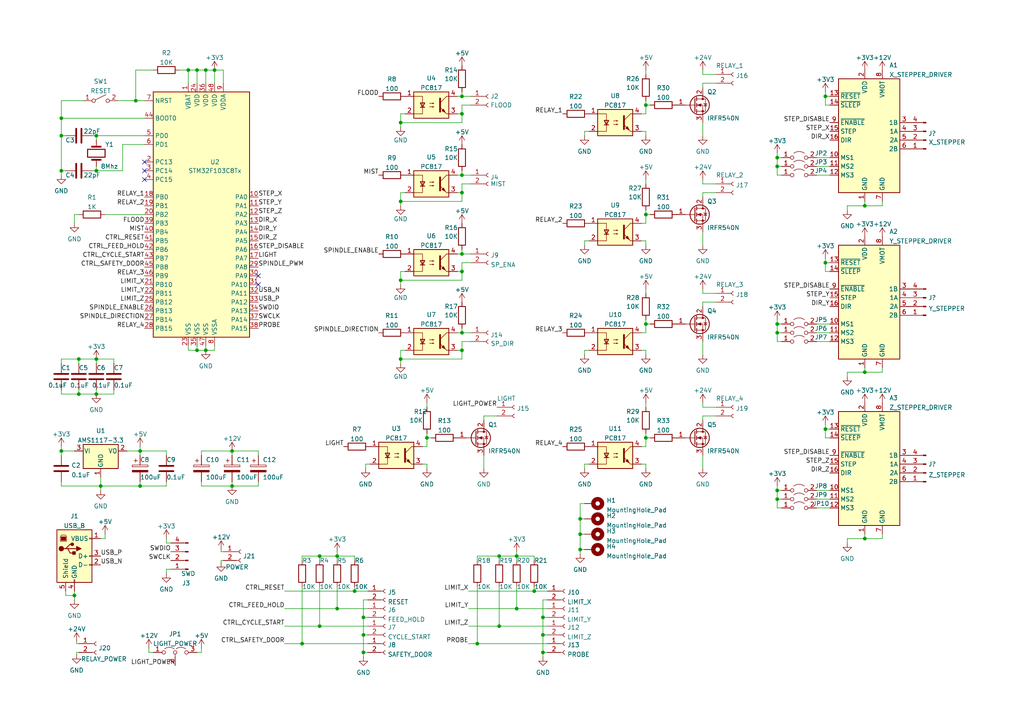
<source format=kicad_sch>
(kicad_sch (version 20211123) (generator eeschema)
  (paper "A4")
  (junction (at 17.78 34.29))
  (junction (at 29.21 140.97))
  (junction (at 187.325 127))
  (junction (at 133.985 55.88))
  (junction (at 187.325 30.48))
  (junction (at 133.985 33.02))
  (junction (at 87.63 186.69))
  (junction (at 54.61 20.32))
  (junction (at 17.78 49.53))
  (junction (at 225.425 45.72))
  (junction (at 67.31 140.97))
  (junction (at 62.23 20.32))
  (junction (at 116.205 81.28))
  (junction (at 59.69 101.6))
  (junction (at 59.69 20.32))
  (junction (at 27.94 114.3))
  (junction (at 239.395 124.46))
  (junction (at 105.41 179.07))
  (junction (at 157.48 189.23))
  (junction (at 39.37 29.21))
  (junction (at 17.78 39.37))
  (junction (at 144.78 181.61))
  (junction (at 225.425 144.78))
  (junction (at 133.985 78.74))
  (junction (at 27.94 39.37))
  (junction (at 157.48 184.15))
  (junction (at 27.94 49.53))
  (junction (at 250.825 156.21))
  (junction (at 225.425 96.52))
  (junction (at 239.395 27.94))
  (junction (at 57.15 20.32))
  (junction (at 17.78 130.81))
  (junction (at 133.985 73.66))
  (junction (at 157.48 179.07))
  (junction (at 168.275 159.385))
  (junction (at 105.41 189.23))
  (junction (at 239.395 76.2))
  (junction (at 138.43 186.69))
  (junction (at 225.425 93.98))
  (junction (at 40.64 130.81))
  (junction (at 105.41 184.15))
  (junction (at 133.985 27.94))
  (junction (at 102.87 171.45))
  (junction (at 250.825 59.69))
  (junction (at 187.325 62.23))
  (junction (at 116.205 104.14))
  (junction (at 225.425 142.24))
  (junction (at 144.78 161.29))
  (junction (at 133.985 50.8))
  (junction (at 21.59 172.72))
  (junction (at 116.205 35.56))
  (junction (at 154.94 171.45))
  (junction (at 97.79 161.29))
  (junction (at 97.79 176.53))
  (junction (at 92.71 161.29))
  (junction (at 149.86 161.29))
  (junction (at 250.825 107.95))
  (junction (at 225.425 48.26))
  (junction (at 123.825 127))
  (junction (at 22.86 104.14))
  (junction (at 133.985 96.52))
  (junction (at 27.94 104.14))
  (junction (at 22.86 114.3))
  (junction (at 133.985 101.6))
  (junction (at 40.64 140.97))
  (junction (at 57.15 101.6))
  (junction (at 168.275 150.495))
  (junction (at 67.31 130.81))
  (junction (at 187.325 93.98))
  (junction (at 92.71 181.61))
  (junction (at 116.205 58.42))
  (junction (at 149.86 176.53))
  (junction (at 168.275 154.94))
  (no_connect (at 41.91 46.99))
  (no_connect (at 41.91 52.07))
  (no_connect (at 41.91 49.53))
  (no_connect (at 74.93 82.55))
  (no_connect (at 74.93 80.01))
  (wire (pts (xy 62.23 20.32) (xy 64.77 20.32)))
  (wire (pts (xy 187.325 60.96) (xy 187.325 62.23)))
  (wire (pts (xy 105.41 179.07) (xy 106.68 179.07)))
  (wire (pts (xy 97.79 176.53) (xy 97.79 170.18)))
  (wire (pts (xy 140.335 132.08) (xy 140.335 135.89)))
  (wire (pts (xy 116.205 33.02) (xy 116.205 35.56)))
  (wire (pts (xy 225.425 50.8) (xy 226.695 50.8)))
  (wire (pts (xy 187.325 92.71) (xy 187.325 93.98)))
  (wire (pts (xy 225.425 147.32) (xy 226.695 147.32)))
  (wire (pts (xy 40.64 129.54) (xy 40.64 130.81)))
  (wire (pts (xy 203.835 53.34) (xy 203.835 52.07)))
  (wire (pts (xy 170.815 69.85) (xy 169.545 69.85)))
  (wire (pts (xy 125.095 127) (xy 123.825 127)))
  (wire (pts (xy 29.21 140.97) (xy 40.64 140.97)))
  (wire (pts (xy 133.985 73.66) (xy 136.525 73.66)))
  (wire (pts (xy 22.86 113.03) (xy 22.86 114.3)))
  (wire (pts (xy 87.63 161.29) (xy 92.71 161.29)))
  (wire (pts (xy 239.395 124.46) (xy 239.395 127)))
  (wire (pts (xy 236.855 142.24) (xy 240.665 142.24)))
  (wire (pts (xy 29.21 140.97) (xy 29.21 142.24)))
  (wire (pts (xy 58.42 139.7) (xy 58.42 140.97)))
  (wire (pts (xy 54.61 20.32) (xy 57.15 20.32)))
  (wire (pts (xy 225.425 144.78) (xy 225.425 147.32)))
  (wire (pts (xy 168.275 159.385) (xy 168.275 160.655)))
  (wire (pts (xy 187.325 134.62) (xy 187.325 135.89)))
  (wire (pts (xy 225.425 144.78) (xy 226.695 144.78)))
  (wire (pts (xy 48.26 157.48) (xy 49.53 157.48)))
  (wire (pts (xy 236.855 45.72) (xy 240.665 45.72)))
  (wire (pts (xy 169.545 134.62) (xy 169.545 135.89)))
  (wire (pts (xy 250.825 58.42) (xy 250.825 59.69)))
  (wire (pts (xy 123.825 134.62) (xy 123.825 135.89)))
  (wire (pts (xy 187.325 33.02) (xy 186.055 33.02)))
  (wire (pts (xy 58.42 130.81) (xy 67.31 130.81)))
  (wire (pts (xy 188.595 127) (xy 187.325 127)))
  (wire (pts (xy 245.745 107.95) (xy 245.745 109.22)))
  (wire (pts (xy 250.825 154.94) (xy 250.825 156.21)))
  (wire (pts (xy 187.325 96.52) (xy 186.055 96.52)))
  (wire (pts (xy 188.595 62.23) (xy 187.325 62.23)))
  (wire (pts (xy 34.29 29.21) (xy 39.37 29.21)))
  (wire (pts (xy 116.205 101.6) (xy 116.205 104.14)))
  (wire (pts (xy 157.48 189.23) (xy 158.75 189.23)))
  (wire (pts (xy 105.41 184.15) (xy 105.41 189.23)))
  (wire (pts (xy 57.15 20.32) (xy 59.69 20.32)))
  (wire (pts (xy 186.055 134.62) (xy 187.325 134.62)))
  (wire (pts (xy 49.53 165.1) (xy 48.26 165.1)))
  (wire (pts (xy 39.37 20.32) (xy 39.37 29.21)))
  (wire (pts (xy 187.325 129.54) (xy 186.055 129.54)))
  (wire (pts (xy 225.425 92.71) (xy 225.425 93.98)))
  (wire (pts (xy 64.135 159.385) (xy 64.135 160.02)))
  (wire (pts (xy 136.525 99.06) (xy 133.985 99.06)))
  (wire (pts (xy 144.78 181.61) (xy 158.75 181.61)))
  (wire (pts (xy 67.31 140.97) (xy 74.93 140.97)))
  (wire (pts (xy 102.87 161.29) (xy 102.87 162.56)))
  (wire (pts (xy 64.135 162.56) (xy 64.77 162.56)))
  (wire (pts (xy 30.48 62.23) (xy 41.91 62.23)))
  (wire (pts (xy 105.41 179.07) (xy 105.41 184.15)))
  (wire (pts (xy 157.48 184.15) (xy 158.75 184.15)))
  (wire (pts (xy 250.825 107.95) (xy 255.905 107.95)))
  (wire (pts (xy 132.715 27.94) (xy 133.985 27.94)))
  (wire (pts (xy 250.825 59.69) (xy 255.905 59.69)))
  (wire (pts (xy 140.335 120.65) (xy 144.145 120.65)))
  (wire (pts (xy 74.93 140.97) (xy 74.93 139.7)))
  (wire (pts (xy 27.94 113.03) (xy 27.94 114.3)))
  (wire (pts (xy 203.835 87.63) (xy 207.645 87.63)))
  (wire (pts (xy 245.745 59.69) (xy 245.745 60.96)))
  (wire (pts (xy 74.93 130.81) (xy 74.93 132.08)))
  (wire (pts (xy 97.79 161.29) (xy 102.87 161.29)))
  (wire (pts (xy 133.985 101.6) (xy 133.985 104.14)))
  (wire (pts (xy 82.55 171.45) (xy 102.87 171.45)))
  (wire (pts (xy 57.15 100.33) (xy 57.15 101.6)))
  (wire (pts (xy 105.41 173.99) (xy 105.41 179.07)))
  (wire (pts (xy 239.395 27.94) (xy 239.395 30.48)))
  (wire (pts (xy 22.225 189.23) (xy 22.225 189.865)))
  (wire (pts (xy 158.75 186.69) (xy 138.43 186.69)))
  (wire (pts (xy 48.26 165.1) (xy 48.26 166.37)))
  (wire (pts (xy 117.475 101.6) (xy 116.205 101.6)))
  (wire (pts (xy 58.42 132.08) (xy 58.42 130.81)))
  (wire (pts (xy 236.855 93.98) (xy 240.665 93.98)))
  (wire (pts (xy 187.325 62.23) (xy 187.325 64.77)))
  (wire (pts (xy 203.835 85.09) (xy 203.835 83.82)))
  (wire (pts (xy 35.56 41.91) (xy 35.56 49.53)))
  (wire (pts (xy 203.835 24.13) (xy 207.645 24.13)))
  (wire (pts (xy 136.525 76.2) (xy 133.985 76.2)))
  (wire (pts (xy 250.825 156.21) (xy 245.745 156.21)))
  (wire (pts (xy 136.525 30.48) (xy 133.985 30.48)))
  (wire (pts (xy 17.78 105.41) (xy 17.78 104.14)))
  (wire (pts (xy 57.15 101.6) (xy 59.69 101.6)))
  (wire (pts (xy 92.71 181.61) (xy 106.68 181.61)))
  (wire (pts (xy 188.595 30.48) (xy 187.325 30.48)))
  (wire (pts (xy 225.425 93.98) (xy 225.425 96.52)))
  (wire (pts (xy 187.325 93.98) (xy 187.325 96.52)))
  (wire (pts (xy 144.78 161.29) (xy 138.43 161.29)))
  (wire (pts (xy 168.275 146.05) (xy 168.275 150.495)))
  (wire (pts (xy 64.77 20.32) (xy 64.77 24.13)))
  (wire (pts (xy 187.325 116.84) (xy 187.325 118.11)))
  (wire (pts (xy 92.71 170.18) (xy 92.71 181.61)))
  (wire (pts (xy 187.325 30.48) (xy 187.325 33.02)))
  (wire (pts (xy 240.665 27.94) (xy 239.395 27.94)))
  (wire (pts (xy 144.78 162.56) (xy 144.78 161.29)))
  (wire (pts (xy 105.41 189.23) (xy 106.68 189.23)))
  (wire (pts (xy 135.89 181.61) (xy 144.78 181.61)))
  (wire (pts (xy 149.86 176.53) (xy 149.86 170.18)))
  (wire (pts (xy 186.055 69.85) (xy 187.325 69.85)))
  (wire (pts (xy 186.055 38.1) (xy 187.325 38.1)))
  (wire (pts (xy 48.26 156.21) (xy 48.26 157.48)))
  (wire (pts (xy 62.23 101.6) (xy 62.23 100.33)))
  (wire (pts (xy 29.21 156.21) (xy 30.48 156.21)))
  (wire (pts (xy 133.985 35.56) (xy 116.205 35.56)))
  (wire (pts (xy 207.645 118.11) (xy 203.835 118.11)))
  (wire (pts (xy 48.26 130.81) (xy 48.26 132.08)))
  (wire (pts (xy 226.695 45.72) (xy 225.425 45.72)))
  (wire (pts (xy 105.41 189.23) (xy 105.41 190.5)))
  (wire (pts (xy 225.425 142.24) (xy 225.425 144.78)))
  (wire (pts (xy 57.15 20.32) (xy 57.15 24.13)))
  (wire (pts (xy 17.78 104.14) (xy 22.86 104.14)))
  (wire (pts (xy 225.425 99.06) (xy 226.695 99.06)))
  (wire (pts (xy 132.715 33.02) (xy 133.985 33.02)))
  (wire (pts (xy 168.275 150.495) (xy 169.545 150.495)))
  (wire (pts (xy 168.275 154.94) (xy 169.545 154.94)))
  (wire (pts (xy 82.55 186.69) (xy 87.63 186.69)))
  (wire (pts (xy 54.61 101.6) (xy 57.15 101.6)))
  (wire (pts (xy 21.59 172.72) (xy 21.59 171.45)))
  (wire (pts (xy 17.78 113.03) (xy 17.78 114.3)))
  (wire (pts (xy 122.555 134.62) (xy 123.825 134.62)))
  (wire (pts (xy 133.985 99.06) (xy 133.985 101.6)))
  (wire (pts (xy 17.78 130.81) (xy 17.78 132.08)))
  (wire (pts (xy 225.425 96.52) (xy 225.425 99.06)))
  (wire (pts (xy 116.205 58.42) (xy 133.985 58.42)))
  (wire (pts (xy 33.02 104.14) (xy 33.02 105.41)))
  (wire (pts (xy 19.05 49.53) (xy 17.78 49.53)))
  (wire (pts (xy 30.48 156.21) (xy 30.48 154.94)))
  (wire (pts (xy 40.64 140.97) (xy 48.26 140.97)))
  (wire (pts (xy 17.78 49.53) (xy 17.78 39.37)))
  (wire (pts (xy 170.815 134.62) (xy 169.545 134.62)))
  (wire (pts (xy 225.425 44.45) (xy 225.425 45.72)))
  (wire (pts (xy 226.695 93.98) (xy 225.425 93.98)))
  (wire (pts (xy 170.815 101.6) (xy 169.545 101.6)))
  (wire (pts (xy 203.835 25.4) (xy 203.835 24.13)))
  (wire (pts (xy 17.78 140.97) (xy 29.21 140.97)))
  (wire (pts (xy 87.63 186.69) (xy 87.63 170.18)))
  (wire (pts (xy 22.86 114.3) (xy 27.94 114.3)))
  (wire (pts (xy 67.31 130.81) (xy 74.93 130.81)))
  (wire (pts (xy 239.395 78.74) (xy 240.665 78.74)))
  (wire (pts (xy 187.325 69.85) (xy 187.325 71.12)))
  (wire (pts (xy 116.205 78.74) (xy 116.205 81.28)))
  (wire (pts (xy 135.89 176.53) (xy 149.86 176.53)))
  (wire (pts (xy 105.41 184.15) (xy 106.68 184.15)))
  (wire (pts (xy 123.825 127) (xy 123.825 129.54)))
  (wire (pts (xy 186.055 101.6) (xy 187.325 101.6)))
  (wire (pts (xy 123.825 125.73) (xy 123.825 127)))
  (wire (pts (xy 117.475 78.74) (xy 116.205 78.74)))
  (wire (pts (xy 136.525 53.34) (xy 133.985 53.34)))
  (wire (pts (xy 157.48 173.99) (xy 157.48 179.07)))
  (wire (pts (xy 40.64 140.97) (xy 40.64 139.7)))
  (wire (pts (xy 116.205 81.28) (xy 116.205 82.55)))
  (wire (pts (xy 133.985 76.2) (xy 133.985 78.74)))
  (wire (pts (xy 250.825 107.95) (xy 245.745 107.95)))
  (wire (pts (xy 133.985 96.52) (xy 133.985 95.25)))
  (wire (pts (xy 138.43 186.69) (xy 138.43 170.18)))
  (wire (pts (xy 54.61 24.13) (xy 54.61 20.32)))
  (wire (pts (xy 133.985 30.48) (xy 133.985 33.02)))
  (wire (pts (xy 203.835 35.56) (xy 203.835 39.37)))
  (wire (pts (xy 58.42 187.96) (xy 58.42 189.23)))
  (wire (pts (xy 255.905 59.69) (xy 255.905 58.42)))
  (wire (pts (xy 22.86 62.23) (xy 21.59 62.23)))
  (wire (pts (xy 17.78 39.37) (xy 19.05 39.37)))
  (wire (pts (xy 149.86 161.29) (xy 154.94 161.29)))
  (wire (pts (xy 239.395 76.2) (xy 239.395 78.74)))
  (wire (pts (xy 236.855 147.32) (xy 240.665 147.32)))
  (wire (pts (xy 59.69 101.6) (xy 62.23 101.6)))
  (wire (pts (xy 226.695 142.24) (xy 225.425 142.24)))
  (wire (pts (xy 133.985 78.74) (xy 133.985 81.28)))
  (wire (pts (xy 97.79 161.29) (xy 97.79 162.56)))
  (wire (pts (xy 187.325 83.82) (xy 187.325 85.09)))
  (wire (pts (xy 27.94 48.26) (xy 27.94 49.53)))
  (wire (pts (xy 203.835 21.59) (xy 203.835 20.32)))
  (wire (pts (xy 154.94 170.18) (xy 154.94 171.45)))
  (wire (pts (xy 29.21 138.43) (xy 29.21 140.97)))
  (wire (pts (xy 44.45 20.32) (xy 39.37 20.32)))
  (wire (pts (xy 158.75 173.99) (xy 157.48 173.99)))
  (wire (pts (xy 106.68 186.69) (xy 87.63 186.69)))
  (wire (pts (xy 187.325 127) (xy 187.325 129.54)))
  (wire (pts (xy 102.87 170.18) (xy 102.87 171.45)))
  (wire (pts (xy 144.78 161.29) (xy 149.86 161.29)))
  (wire (pts (xy 149.86 160.02) (xy 149.86 161.29)))
  (wire (pts (xy 123.825 116.84) (xy 123.825 118.11)))
  (wire (pts (xy 43.18 187.96) (xy 43.18 189.23)))
  (wire (pts (xy 48.26 140.97) (xy 48.26 139.7)))
  (wire (pts (xy 255.905 156.21) (xy 255.905 154.94)))
  (wire (pts (xy 255.905 107.95) (xy 255.905 106.68)))
  (wire (pts (xy 27.94 39.37) (xy 27.94 40.64)))
  (wire (pts (xy 239.395 30.48) (xy 240.665 30.48)))
  (wire (pts (xy 27.94 49.53) (xy 26.67 49.53)))
  (wire (pts (xy 106.68 173.99) (xy 105.41 173.99)))
  (wire (pts (xy 144.78 170.18) (xy 144.78 181.61)))
  (wire (pts (xy 207.645 53.34) (xy 203.835 53.34)))
  (wire (pts (xy 106.68 176.53) (xy 97.79 176.53)))
  (wire (pts (xy 133.985 50.8) (xy 136.525 50.8)))
  (wire (pts (xy 59.69 100.33) (xy 59.69 101.6)))
  (wire (pts (xy 116.205 104.14) (xy 116.205 105.41)))
  (wire (pts (xy 169.545 146.05) (xy 168.275 146.05)))
  (wire (pts (xy 169.545 38.1) (xy 169.545 39.37)))
  (wire (pts (xy 250.825 59.69) (xy 245.745 59.69)))
  (wire (pts (xy 225.425 45.72) (xy 225.425 48.26)))
  (wire (pts (xy 92.71 161.29) (xy 97.79 161.29)))
  (wire (pts (xy 116.205 35.56) (xy 116.205 36.83)))
  (wire (pts (xy 82.55 181.61) (xy 92.71 181.61)))
  (wire (pts (xy 203.835 118.11) (xy 203.835 116.84)))
  (wire (pts (xy 21.59 62.23) (xy 21.59 64.77)))
  (wire (pts (xy 27.94 104.14) (xy 27.94 105.41)))
  (wire (pts (xy 154.94 171.45) (xy 158.75 171.45)))
  (wire (pts (xy 239.395 26.67) (xy 239.395 27.94)))
  (wire (pts (xy 43.18 189.23) (xy 44.45 189.23)))
  (wire (pts (xy 187.325 101.6) (xy 187.325 102.87)))
  (wire (pts (xy 168.275 159.385) (xy 169.545 159.385)))
  (wire (pts (xy 117.475 33.02) (xy 116.205 33.02)))
  (wire (pts (xy 22.86 104.14) (xy 22.86 105.41)))
  (wire (pts (xy 187.325 38.1) (xy 187.325 39.37)))
  (wire (pts (xy 203.835 99.06) (xy 203.835 102.87)))
  (wire (pts (xy 203.835 57.15) (xy 203.835 55.88)))
  (wire (pts (xy 133.985 55.88) (xy 132.715 55.88)))
  (wire (pts (xy 54.61 100.33) (xy 54.61 101.6)))
  (wire (pts (xy 19.05 171.45) (xy 19.05 172.72)))
  (wire (pts (xy 132.715 50.8) (xy 133.985 50.8)))
  (wire (pts (xy 135.89 186.69) (xy 138.43 186.69)))
  (wire (pts (xy 133.985 27.94) (xy 133.985 26.67)))
  (wire (pts (xy 17.78 139.7) (xy 17.78 140.97)))
  (wire (pts (xy 19.05 172.72) (xy 21.59 172.72)))
  (wire (pts (xy 133.985 50.8) (xy 133.985 49.53)))
  (wire (pts (xy 250.825 106.68) (xy 250.825 107.95)))
  (wire (pts (xy 239.395 123.19) (xy 239.395 124.46)))
  (wire (pts (xy 27.94 39.37) (xy 41.91 39.37)))
  (wire (pts (xy 140.335 121.92) (xy 140.335 120.65)))
  (wire (pts (xy 133.985 78.74) (xy 132.715 78.74)))
  (wire (pts (xy 62.23 20.32) (xy 62.23 24.13)))
  (wire (pts (xy 157.48 184.15) (xy 157.48 189.23)))
  (wire (pts (xy 203.835 132.08) (xy 203.835 135.89)))
  (wire (pts (xy 132.715 96.52) (xy 133.985 96.52)))
  (wire (pts (xy 157.48 189.23) (xy 157.48 190.5)))
  (wire (pts (xy 225.425 48.26) (xy 225.425 50.8)))
  (wire (pts (xy 239.395 74.93) (xy 239.395 76.2)))
  (wire (pts (xy 187.325 125.73) (xy 187.325 127)))
  (wire (pts (xy 92.71 162.56) (xy 92.71 161.29)))
  (wire (pts (xy 97.79 160.02) (xy 97.79 161.29)))
  (wire (pts (xy 236.855 144.78) (xy 240.665 144.78)))
  (wire (pts (xy 138.43 161.29) (xy 138.43 162.56)))
  (wire (pts (xy 107.315 134.62) (xy 106.045 134.62)))
  (wire (pts (xy 203.835 55.88) (xy 207.645 55.88)))
  (wire (pts (xy 203.835 121.92) (xy 203.835 120.65)))
  (wire (pts (xy 22.86 189.23) (xy 22.225 189.23)))
  (wire (pts (xy 203.835 120.65) (xy 207.645 120.65)))
  (wire (pts (xy 17.78 49.53) (xy 17.78 50.8)))
  (wire (pts (xy 158.75 176.53) (xy 149.86 176.53)))
  (wire (pts (xy 168.275 150.495) (xy 168.275 154.94)))
  (wire (pts (xy 64.135 160.02) (xy 64.77 160.02)))
  (wire (pts (xy 170.815 38.1) (xy 169.545 38.1)))
  (wire (pts (xy 240.665 124.46) (xy 239.395 124.46)))
  (wire (pts (xy 64.135 163.195) (xy 64.135 162.56)))
  (wire (pts (xy 169.545 101.6) (xy 169.545 102.87)))
  (wire (pts (xy 102.87 171.45) (xy 106.68 171.45)))
  (wire (pts (xy 154.94 161.29) (xy 154.94 162.56)))
  (wire (pts (xy 133.985 73.66) (xy 133.985 72.39)))
  (wire (pts (xy 133.985 33.02) (xy 133.985 35.56)))
  (wire (pts (xy 22.86 104.14) (xy 27.94 104.14)))
  (wire (pts (xy 52.07 20.32) (xy 54.61 20.32)))
  (wire (pts (xy 116.205 55.88) (xy 116.205 58.42)))
  (wire (pts (xy 41.91 34.29) (xy 17.78 34.29)))
  (wire (pts (xy 207.645 85.09) (xy 203.835 85.09)))
  (wire (pts (xy 236.855 99.06) (xy 240.665 99.06)))
  (wire (pts (xy 27.94 114.3) (xy 33.02 114.3)))
  (wire (pts (xy 133.985 96.52) (xy 136.525 96.52)))
  (wire (pts (xy 21.59 172.72) (xy 21.59 173.99)))
  (wire (pts (xy 22.225 186.69) (xy 22.86 186.69)))
  (wire (pts (xy 245.745 156.21) (xy 245.745 157.48)))
  (wire (pts (xy 58.42 140.97) (xy 67.31 140.97)))
  (wire (pts (xy 203.835 88.9) (xy 203.835 87.63)))
  (wire (pts (xy 236.855 50.8) (xy 240.665 50.8)))
  (wire (pts (xy 26.67 39.37) (xy 27.94 39.37)))
  (wire (pts (xy 207.645 21.59) (xy 203.835 21.59)))
  (wire (pts (xy 188.595 93.98) (xy 187.325 93.98)))
  (wire (pts (xy 82.55 176.53) (xy 97.79 176.53)))
  (wire (pts (xy 133.985 53.34) (xy 133.985 55.88)))
  (wire (pts (xy 203.835 67.31) (xy 203.835 71.12)))
  (wire (pts (xy 168.275 154.94) (xy 168.275 159.385)))
  (wire (pts (xy 17.78 130.81) (xy 21.59 130.81)))
  (wire (pts (xy 17.78 29.21) (xy 17.78 34.29)))
  (wire (pts (xy 106.045 134.62) (xy 106.045 135.89)))
  (wire (pts (xy 157.48 179.07) (xy 157.48 184.15)))
  (wire (pts (xy 157.48 179.07) (xy 158.75 179.07)))
  (wire (pts (xy 40.64 130.81) (xy 48.26 130.81)))
  (wire (pts (xy 27.94 104.14) (xy 33.02 104.14)))
  (wire (pts (xy 27.94 49.53) (xy 35.56 49.53)))
  (wire (pts (xy 225.425 140.97) (xy 225.425 142.24)))
  (wire (pts (xy 240.665 76.2) (xy 239.395 76.2)))
  (wire (pts (xy 116.205 58.42) (xy 116.205 59.69)))
  (wire (pts (xy 187.325 29.21) (xy 187.325 30.48)))
  (wire (pts (xy 39.37 29.21) (xy 41.91 29.21)))
  (wire (pts (xy 59.69 20.32) (xy 59.69 24.13)))
  (wire (pts (xy 116.205 81.28) (xy 133.985 81.28)))
  (wire (pts (xy 40.64 130.81) (xy 40.64 132.08)))
  (wire (pts (xy 17.78 114.3) (xy 22.86 114.3)))
  (wire (pts (xy 33.02 114.3) (xy 33.02 113.03)))
  (wire (pts (xy 87.63 162.56) (xy 87.63 161.29)))
  (wire (pts (xy 17.78 129.54) (xy 17.78 130.81)))
  (wire (pts (xy 24.13 29.21) (xy 17.78 29.21)))
  (wire (pts (xy 135.89 171.45) (xy 154.94 171.45)))
  (wire (pts (xy 133.985 27.94) (xy 136.525 27.94)))
  (wire (pts (xy 149.86 161.29) (xy 149.86 162.56)))
  (wire (pts (xy 59.69 20.32) (xy 62.23 20.32)))
  (wire (pts (xy 169.545 69.85) (xy 169.545 71.12)))
  (wire (pts (xy 133.985 101.6) (xy 132.715 101.6)))
  (wire (pts (xy 187.325 64.77) (xy 186.055 64.77)))
  (wire (pts (xy 36.83 130.81) (xy 40.64 130.81)))
  (wire (pts (xy 236.855 96.52) (xy 240.665 96.52)))
  (wire (pts (xy 123.825 129.54) (xy 122.555 129.54)))
  (wire (pts (xy 35.56 41.91) (xy 41.91 41.91)))
  (wire (pts (xy 67.31 130.81) (xy 67.31 132.08)))
  (wire (pts (xy 225.425 96.52) (xy 226.695 96.52)))
  (wire (pts (xy 22.225 186.055) (xy 22.225 186.69)))
  (wire (pts (xy 117.475 55.88) (xy 116.205 55.88)))
  (wire (pts (xy 133.985 55.88) (xy 133.985 58.42)))
  (wire (pts (xy 239.395 127) (xy 240.665 127)))
  (wire (pts (xy 67.31 139.7) (xy 67.31 140.97)))
  (wire (pts (xy 116.205 104.14) (xy 133.985 104.14)))
  (wire (pts (xy 250.825 156.21) (xy 255.905 156.21)))
  (wire (pts (xy 236.855 48.26) (xy 240.665 48.26)))
  (wire (pts (xy 225.425 48.26) (xy 226.695 48.26)))
  (wire (pts (xy 187.325 20.32) (xy 187.325 21.59)))
  (wire (pts (xy 187.325 52.07) (xy 187.325 53.34)))
  (wire (pts (xy 58.42 189.23) (xy 57.15 189.23)))
  (wire (pts (xy 17.78 34.29) (xy 17.78 39.37)))
  (wire (pts (xy 132.715 73.66) (xy 133.985 73.66)))
  (label "FLOOD" (at 41.91 64.77 180))
  (label "LIMIT_Y" (at 135.89 176.53 180))
  (label "DIR_Z" (at 74.93 69.85 0))
  (label "DIR_X" (at 74.93 64.77 0))
  (label "LIGHT_POWER" (at 144.145 118.11 180))
  (label "STEP_DISABLE" (at 240.665 83.82 180))
  (label "DIR_Z" (at 240.665 137.16 180))
  (label "LIGHT" (at 74.93 74.93 0))
  (label "DIR_Y" (at 74.93 67.31 0))
  (label "RELAY_4" (at 41.91 95.25 180))
  (label "SPINDLE_ENABLE" (at 41.91 90.17 180))
  (label "STEP_X" (at 74.93 57.15 0))
  (label "RELAY_1" (at 41.91 57.15 180))
  (label "CTRL_RESET" (at 82.55 171.45 180))
  (label "LIMIT_Z" (at 135.89 181.61 180))
  (label "STEP_DISABLE" (at 74.93 72.39 0))
  (label "MIST" (at 41.91 67.31 180))
  (label "PROBE" (at 135.89 186.69 180))
  (label "USB_P" (at 74.93 87.63 0))
  (label "LIMIT_Y" (at 41.91 85.09 180))
  (label "RELAY_1" (at 163.195 33.02 180))
  (label "STEP_DISABLE" (at 240.665 35.56 180))
  (label "CTRL_SAFETY_DOOR" (at 41.91 77.47 180))
  (label "LIGHT" (at 99.695 129.54 180))
  (label "USB_N" (at 74.93 85.09 0))
  (label "STEP_Y" (at 74.93 59.69 0))
  (label "CTRL_FEED_HOLD" (at 41.91 72.39 180))
  (label "STEP_DISABLE" (at 240.665 132.08 180))
  (label "LIMIT_X" (at 41.91 82.55 180))
  (label "STEP_Y" (at 240.665 86.36 180))
  (label "DIR_Y" (at 240.665 88.9 180))
  (label "SPINDLE_ENABLE" (at 109.855 73.66 180))
  (label "SPINDLE_DIRECTION" (at 109.855 96.52 180))
  (label "CTRL_SAFETY_DOOR" (at 82.55 186.69 180))
  (label "PROBE" (at 74.93 95.25 0))
  (label "RELAY_3" (at 41.91 80.01 180))
  (label "SWCLK" (at 49.53 162.56 180))
  (label "DIR_X" (at 240.665 40.64 180))
  (label "CTRL_CYCLE_START" (at 82.55 181.61 180))
  (label "CTRL_FEED_HOLD" (at 82.55 176.53 180))
  (label "LIGHT_POWER" (at 50.8 193.04 180))
  (label "RELAY_4" (at 163.195 129.54 180))
  (label "SWCLK" (at 74.93 92.71 0))
  (label "STEP_Z" (at 74.93 62.23 0))
  (label "STEP_Z" (at 240.665 134.62 180))
  (label "FLOOD" (at 109.855 27.94 180))
  (label "SPINDLE_DIRECTION" (at 41.91 92.71 180))
  (label "LIMIT_X" (at 135.89 171.45 180))
  (label "SWDIO" (at 74.93 90.17 0))
  (label "RELAY_2" (at 163.195 64.77 180))
  (label "RELAY_2" (at 41.91 59.69 180))
  (label "USB_P" (at 29.21 161.29 0))
  (label "STEP_X" (at 240.665 38.1 180))
  (label "CTRL_CYCLE_START" (at 41.91 74.93 180))
  (label "LIMIT_Z" (at 41.91 87.63 180))
  (label "SWDIO" (at 49.53 160.02 180))
  (label "MIST" (at 109.855 50.8 180))
  (label "SPINDLE_PWM" (at 74.93 77.47 0))
  (label "RELAY_3" (at 163.195 96.52 180))
  (label "CTRL_RESET" (at 41.91 69.85 180))
  (label "USB_N" (at 29.21 163.83 0))
  (symbol (lib_id "Connector:Conn_01x02_Female") (at 111.76 171.45 0) (unit 1)
    (property "Reference" "J5" (at 112.4712 171.8115 0) (effects (justify left)))
    (property "Value" "RESET" (at 112.4712 174.5866 0) (effects (justify left)))
    (property "Footprint" "Connector_JST:JST_EH_B2B-EH-A_1x02_P2.50mm_Vertical" (effects hide))
  )
  (symbol (lib_id "power:GND") (at 169.545 135.89 0) (unit 1)
    (property "Reference" "#PWR0132" (effects hide))
    (property "Value" "GND" (at 169.545 140.4525 0))
  )
  (symbol (lib_id "Connector:Conn_01x02_Female") (at 212.725 118.11 0) (unit 1)
    (property "Reference" "J19" (at 213.4362 118.4715 0) (effects (justify left)))
    (property "Value" "RELAY_4" (at 207.645 115.57 0) (effects (justify left)))
    (property "Footprint" "TerminalBlock:TerminalBlock_bornier-2_P5.08mm" (effects hide))
  )
  (symbol (lib_id "Driver_Motor:Pololu_Breakout_A4988") (at 250.825 38.1 0) (unit 1)
    (property "Reference" "A1" (at 257.9244 18.8935 0) (effects (justify left)))
    (property "Value" "X_STEPPER_DRIVER" (at 257.9244 21.6686 0) (effects (justify left)))
    (property "Footprint" "Module:Pololu_Breakout-16_15.2x20.3mm" (effects hide))
    (property "Datasheet" "https://www.pololu.com/product/2980/pictures" (effects hide))
  )
  (symbol (lib_id "Device:R") (at 192.405 93.98 90) (unit 1)
    (property "Reference" "R32" (at 192.405 88.9975 90))
    (property "Value" "100" (at 192.405 91.7726 90))
    (property "Footprint" "Resistor_SMD:R_0805_2012Metric" (effects hide))
  )
  (symbol (lib_id "Driver_Motor:Pololu_Breakout_A4988") (at 250.825 134.62 0) (unit 1)
    (property "Reference" "A3" (at 257.9244 115.4135 0) (effects (justify left)))
    (property "Value" "Z_STEPPER_DRIVER" (at 257.9244 118.1886 0) (effects (justify left)))
    (property "Footprint" "Module:Pololu_Breakout-16_15.2x20.3mm" (effects hide))
    (property "Datasheet" "https://www.pololu.com/product/2980/pictures" (effects hide))
  )
  (symbol (lib_id "Connector:Conn_01x02_Female") (at 141.605 50.8 0) (unit 1)
    (property "Reference" "J4" (at 142.24 51.435 0) (effects (justify left)))
    (property "Value" "MIST" (at 142.24 53.34 0) (effects (justify left)))
    (property "Footprint" "Connector_JST:JST_EH_B2B-EH-A_1x02_P2.50mm_Vertical" (effects hide))
  )
  (symbol (lib_id "power:GND") (at 22.225 189.865 0) (unit 1)
    (property "Reference" "#PWR0114" (effects hide))
    (property "Value" "GND" (at 22.225 194.4275 0))
  )
  (symbol (lib_id "Connector:Conn_01x02_Female") (at 141.605 96.52 0) (unit 1)
    (property "Reference" "J14" (at 142.24 97.155 0) (effects (justify left)))
    (property "Value" "SP_DIR" (at 142.3162 99.6566 0) (effects (justify left)))
    (property "Footprint" "Connector_JST:JST_EH_B2B-EH-A_1x02_P2.50mm_Vertical" (effects hide))
  )
  (symbol (lib_id "Device:R") (at 128.905 127 90) (unit 1)
    (property "Reference" "R13" (at 128.905 122.0175 90))
    (property "Value" "100" (at 128.905 124.7926 90))
    (property "Footprint" "Resistor_SMD:R_0805_2012Metric" (effects hide))
  )
  (symbol (lib_id "power:+5V") (at 187.325 116.84 0) (unit 1)
    (property "Reference" "#PWR0171" (effects hide))
    (property "Value" "+5V" (at 187.325 113.2355 0))
  )
  (symbol (lib_id "Device:R") (at 97.79 166.37 0) (unit 1)
    (property "Reference" "R5" (at 97.79 162.56 0) (effects (justify left)))
    (property "Value" "10K" (at 97.79 170.18 0) (effects (justify left)))
    (property "Footprint" "Resistor_SMD:R_0805_2012Metric" (effects hide))
  )
  (symbol (lib_id "power:+12V") (at 255.905 68.58 0) (unit 1)
    (property "Reference" "#PWR0152" (effects hide))
    (property "Value" "+12V" (at 255.905 64.9755 0))
  )
  (symbol (lib_id "Jumper:Jumper_2_Open") (at 231.775 99.06 0) (unit 1)
    (property "Reference" "JP7" (at 238.125 97.79 0))
    (property "Value" "Jumper_2_Open" (effects hide))
    (property "Footprint" "Connector_PinHeader_2.54mm:PinHeader_1x02_P2.54mm_Vertical" (effects hide))
  )
  (symbol (lib_id "Jumper:Jumper_2_Open") (at 231.775 45.72 0) (unit 1)
    (property "Reference" "JP2" (at 238.125 44.45 0))
    (property "Value" "Jumper_2_Open" (effects hide))
    (property "Footprint" "Connector_PinHeader_2.54mm:PinHeader_1x02_P2.54mm_Vertical" (effects hide))
  )
  (symbol (lib_id "Connector:Conn_01x02_Female") (at 149.225 118.11 0) (unit 1)
    (property "Reference" "J15" (at 149.9362 118.4715 0) (effects (justify left)))
    (property "Value" "LIGHT" (at 144.145 115.57 0) (effects (justify left)))
    (property "Footprint" "Connector_JST:JST_EH_B2B-EH-A_1x02_P2.50mm_Vertical" (effects hide))
  )
  (symbol (lib_id "Connector:Conn_01x04_Male") (at 268.605 40.64 180) (unit 1)
    (property "Reference" "J?" (at 269.24 38.735 0) (effects (justify right)))
    (property "Value" "X_STEPPER" (at 269.3162 41.2366 0) (effects (justify right)))
    (property "Footprint" "Connector_JST:JST_EH_B4B-EH-A_1x04_P2.50mm_Vertical" (effects hide))
  )
  (symbol (lib_id "power:+3.3V") (at 48.26 156.21 0) (unit 1)
    (property "Reference" "#PWR0103" (effects hide))
    (property "Value" "+3.3V" (at 48.26 152.6055 0))
  )
  (symbol (lib_id "power:+24V") (at 203.835 20.32 0) (unit 1)
    (property "Reference" "#PWR0157" (effects hide))
    (property "Value" "+24V" (at 203.835 16.7155 0))
  )
  (symbol (lib_id "Connector:Conn_01x02_Female") (at 163.83 186.69 0) (unit 1)
    (property "Reference" "J13" (at 164.5412 187.0515 0) (effects (justify left)))
    (property "Value" "PROBE" (at 164.5412 189.8266 0) (effects (justify left)))
    (property "Footprint" "Connector_JST:JST_EH_B2B-EH-A_1x02_P2.50mm_Vertical" (effects hide))
  )
  (symbol (lib_id "Device:R") (at 167.005 96.52 90) (unit 1)
    (property "Reference" "R24" (at 167.005 91.5375 90))
    (property "Value" "100" (at 167.005 94.3126 90))
    (property "Footprint" "Resistor_SMD:R_0805_2012Metric" (effects hide))
  )
  (symbol (lib_id "Device:R") (at 113.665 96.52 90) (unit 1)
    (property "Reference" "R11" (at 113.665 91.5375 90))
    (property "Value" "100" (at 113.665 94.3126 90))
    (property "Footprint" "Resistor_SMD:R_0805_2012Metric" (effects hide))
  )
  (symbol (lib_id "power:+3.3V") (at 250.825 116.84 0) (unit 1)
    (property "Reference" "#PWR0144" (effects hide))
    (property "Value" "+3.3V" (at 250.825 113.2355 0))
  )
  (symbol (lib_id "Device:R") (at 133.985 91.44 180) (unit 1)
    (property "Reference" "R17" (at 128.905 88.9 0) (effects (justify right)))
    (property "Value" "10K" (at 128.905 91.44 0) (effects (justify right)))
    (property "Footprint" "Resistor_SMD:R_0805_2012Metric" (effects hide))
  )
  (symbol (lib_id "power:+12V") (at 255.905 20.32 0) (unit 1)
    (property "Reference" "#PWR0150" (effects hide))
    (property "Value" "+12V" (at 255.905 16.7155 0))
  )
  (symbol (lib_id "Device:R") (at 113.665 73.66 90) (unit 1)
    (property "Reference" "R10" (at 113.665 68.6775 90))
    (property "Value" "100" (at 113.665 71.4526 90))
    (property "Footprint" "Resistor_SMD:R_0805_2012Metric" (effects hide))
  )
  (symbol (lib_id "power:GND") (at 67.31 140.97 0) (unit 1)
    (property "Reference" "#PWR0117" (effects hide))
    (property "Value" "GND" (at 67.31 145.5325 0))
  )
  (symbol (lib_id "Jumper:Jumper_2_Open") (at 231.775 96.52 0) (unit 1)
    (property "Reference" "JP6" (at 238.125 95.25 0))
    (property "Value" "Jumper_2_Open" (effects hide))
    (property "Footprint" "Connector_PinHeader_2.54mm:PinHeader_1x02_P2.54mm_Vertical" (effects hide))
  )
  (symbol (lib_id "power:+24V") (at 203.835 83.82 0) (unit 1)
    (property "Reference" "#PWR0164" (effects hide))
    (property "Value" "+24V" (at 203.835 80.2155 0))
  )
  (symbol (lib_id "power:+5V") (at 30.48 154.94 0) (unit 1)
    (property "Reference" "#PWR0111" (effects hide))
    (property "Value" "+5V" (at 30.48 151.3355 0))
  )
  (symbol (lib_id "power:+24V") (at 203.835 116.84 0) (unit 1)
    (property "Reference" "#PWR0169" (effects hide))
    (property "Value" "+24V" (at 203.835 113.2355 0))
  )
  (symbol (lib_id "Device:R") (at 167.005 129.54 90) (unit 1)
    (property "Reference" "R25" (at 167.005 124.5575 90))
    (property "Value" "100" (at 167.005 127.3326 90))
    (property "Footprint" "Resistor_SMD:R_0805_2012Metric" (effects hide))
  )
  (symbol (lib_id "Jumper:Jumper_2_Open") (at 231.775 144.78 0) (unit 1)
    (property "Reference" "JP9" (at 238.125 143.51 0))
    (property "Value" "Jumper_2_Open" (effects hide))
    (property "Footprint" "Connector_PinHeader_2.54mm:PinHeader_1x02_P2.54mm_Vertical" (effects hide))
  )
  (symbol (lib_id "power:+5V") (at 133.985 87.63 0) (unit 1)
    (property "Reference" "#PWR0140" (effects hide))
    (property "Value" "+5V" (at 133.985 84.0255 0))
  )
  (symbol (lib_id "power:GND") (at 168.275 160.655 0) (unit 1)
    (property "Reference" "#PWR0173" (effects hide))
    (property "Value" "GND" (at 168.275 165.2175 0))
  )
  (symbol (lib_id "Connector:USB_B") (at 21.59 161.29 0) (unit 1)
    (property "Reference" "J1" (at 21.59 149.7035 0))
    (property "Value" "USB_B" (at 21.59 152.4786 0))
    (property "Footprint" "Connector_USB:USB_B_OST_USB-B1HSxx_Horizontal" (effects hide))
    (property "Datasheet" " ~" (effects hide))
  )
  (symbol (lib_id "power:GND") (at 169.545 71.12 0) (unit 1)
    (property "Reference" "#PWR0138" (effects hide))
    (property "Value" "GND" (at 169.545 75.6825 0))
  )
  (symbol (lib_id "Device:R") (at 192.405 30.48 90) (unit 1)
    (property "Reference" "R30" (at 192.405 25.4975 90))
    (property "Value" "100" (at 192.405 28.2726 90))
    (property "Footprint" "Resistor_SMD:R_0805_2012Metric" (effects hide))
  )
  (symbol (lib_id "power:GND") (at 203.835 71.12 0) (unit 1)
    (property "Reference" "#PWR0163" (effects hide))
    (property "Value" "GND" (at 203.835 75.6825 0))
  )
  (symbol (lib_id "Regulator_Linear:AMS1117-3.3") (at 29.21 130.81 0) (unit 1)
    (property "Reference" "U1" (at 29.21 124.9385 0))
    (property "Value" "AMS1117-3.3" (at 29.21 127.7136 0))
    (property "Footprint" "Package_TO_SOT_SMD:SOT-223-3_TabPin2" (effects hide))
    (property "Datasheet" "http://www.advanced-monolithic.com/pdf/ds1117.pdf" (effects hide))
  )
  (symbol (lib_id "Jumper:Jumper_2_Open") (at 231.775 142.24 0) (unit 1)
    (property "Reference" "JP8" (at 238.125 140.97 0))
    (property "Value" "Jumper_2_Open" (effects hide))
    (property "Footprint" "Connector_PinHeader_2.54mm:PinHeader_1x02_P2.54mm_Vertical" (effects hide))
  )
  (symbol (lib_id "Connector:Conn_01x04_Male") (at 268.605 88.9 180) (unit 1)
    (property "Reference" "J?" (at 269.24 86.36 0) (effects (justify right)))
    (property "Value" "Y_STEPPER" (at 269.3162 89.4966 0) (effects (justify right)))
    (property "Footprint" "Connector_JST:JST_EH_B4B-EH-A_1x04_P2.50mm_Vertical" (effects hide))
  )
  (symbol (lib_id "Mechanical:MountingHole_Pad") (at 172.085 154.94 270) (unit 1)
    (property "Reference" "H3" (at 175.895 154.0315 90) (effects (justify left)))
    (property "Value" "MountingHole_Pad" (at 175.895 156.8066 90) (effects (justify left)))
    (property "Footprint" "MountingHole:MountingHole_3.2mm_M3_Pad" (effects hide))
  )
  (symbol (lib_id "Device:R") (at 103.505 129.54 90) (unit 1)
    (property "Reference" "R7" (at 103.505 124.5575 90))
    (property "Value" "100" (at 103.505 127.3326 90))
    (property "Footprint" "Resistor_SMD:R_0805_2012Metric" (effects hide))
  )
  (symbol (lib_id "power:GND") (at 203.835 135.89 0) (unit 1)
    (property "Reference" "#PWR0167" (effects hide))
    (property "Value" "GND" (at 203.835 140.4525 0))
  )
  (symbol (lib_id "Device:R") (at 113.665 50.8 90) (unit 1)
    (property "Reference" "R9" (at 113.665 45.8175 90))
    (property "Value" "100" (at 113.665 48.5926 90))
    (property "Footprint" "Resistor_SMD:R_0805_2012Metric" (effects hide))
  )
  (symbol (lib_id "power:GND") (at 29.21 142.24 0) (unit 1)
    (property "Reference" "#PWR0109" (effects hide))
    (property "Value" "GND" (at 29.21 146.8025 0))
  )
  (symbol (lib_id "Device:C") (at 17.78 109.22 0) (unit 1)
    (property "Reference" "C1" (at 17.78 106.68 0) (effects (justify left)))
    (property "Value" "0.1uF" (at 13.97 111.76 0) (effects (justify left)))
    (property "Footprint" "Capacitor_SMD:C_0805_2012Metric" (effects hide))
  )
  (symbol (lib_id "Isolator:PC817") (at 125.095 30.48 0) (unit 1)
    (property "Reference" "U4" (at 125.095 22.7035 0))
    (property "Value" "PC817" (at 125.095 25.4786 0))
    (property "Footprint" "Package_DIP:SMDIP-4_W7.62mm" (effects hide))
    (property "Datasheet" "http://www.soselectronic.cz/a_info/resource/d/pc817.pdf" (effects hide))
  )
  (symbol (lib_id "power:+12V") (at 67.31 130.81 0) (unit 1)
    (property "Reference" "#PWR0116" (effects hide))
    (property "Value" "+12V" (at 67.31 127.2055 0))
  )
  (symbol (lib_id "power:GND") (at 245.745 109.22 0) (unit 1)
    (property "Reference" "#PWR0143" (effects hide))
    (property "Value" "GND" (at 245.745 113.7825 0))
  )
  (symbol (lib_id "Transistor_FET:IRF540N") (at 201.295 30.48 0) (unit 1)
    (property "Reference" "Q2" (at 205.105 26.67 0) (effects (justify left)))
    (property "Value" "IRFR540N" (at 205.105 34.29 0) (effects (justify left)))
    (property "Footprint" "Package_TO_SOT_SMD:TO-252-2" (effects hide))
    (property "Datasheet" "http://www.irf.com/product-info/datasheets/data/irf540n.pdf" (effects hide))
  )
  (symbol (lib_id "power:GND") (at 27.94 114.3 0) (unit 1)
    (property "Reference" "#PWR0118" (effects hide))
    (property "Value" "GND" (at 27.94 118.8625 0))
  )
  (symbol (lib_id "Device:R") (at 133.985 22.86 180) (unit 1)
    (property "Reference" "R14" (at 128.905 20.32 0) (effects (justify right)))
    (property "Value" "10K" (at 128.905 22.86 0) (effects (justify right)))
    (property "Footprint" "Resistor_SMD:R_0805_2012Metric" (effects hide))
  )
  (symbol (lib_id "Device:R") (at 87.63 166.37 0) (unit 1)
    (property "Reference" "R3" (at 87.63 162.56 0) (effects (justify left)))
    (property "Value" "10K" (at 87.63 170.18 0) (effects (justify left)))
    (property "Footprint" "Resistor_SMD:R_0805_2012Metric" (effects hide))
  )
  (symbol (lib_id "power:+3.3V") (at 225.425 140.97 0) (unit 1)
    (property "Reference" "#PWR0146" (effects hide))
    (property "Value" "+3.3V" (at 225.425 137.3655 0))
  )
  (symbol (lib_id "power:GND") (at 116.205 59.69 0) (unit 1)
    (property "Reference" "#PWR0128" (effects hide))
    (property "Value" "GND" (at 116.205 63.5 0))
  )
  (symbol (lib_id "Connector:Conn_01x02_Female") (at 111.76 186.69 0) (unit 1)
    (property "Reference" "J8" (at 112.4712 187.0515 0) (effects (justify left)))
    (property "Value" "SAFETY_DOOR" (at 112.4712 189.8266 0) (effects (justify left)))
    (property "Footprint" "Connector_JST:JST_EH_B2B-EH-A_1x02_P2.50mm_Vertical" (effects hide))
  )
  (symbol (lib_id "power:GND") (at 21.59 173.99 0) (unit 1)
    (property "Reference" "#PWR0112" (effects hide))
    (property "Value" "GND" (at 21.59 178.5525 0))
  )
  (symbol (lib_id "Device:C_Polarized") (at 74.93 135.89 0) (unit 1)
    (property "Reference" "C12" (at 76.2 133.35 0) (effects (justify left)))
    (property "Value" "100uF" (at 76.2 138.43 0) (effects (justify left)))
    (property "Footprint" "Capacitor_SMD:CP_Elec_6.3x7.7" (effects hide))
  )
  (symbol (lib_id "power:+3.3V") (at 97.79 160.02 0) (unit 1)
    (property "Reference" "#PWR0125" (effects hide))
    (property "Value" "+3.3V" (at 97.79 156.4155 0))
  )
  (symbol (lib_id "power:GND") (at 187.325 102.87 0) (unit 1)
    (property "Reference" "#PWR0170" (effects hide))
    (property "Value" "GND" (at 187.325 107.4325 0))
  )
  (symbol (lib_id "power:+3.3V") (at 239.395 74.93 0) (unit 1)
    (property "Reference" "#PWR0153" (effects hide))
    (property "Value" "+3.3V" (at 239.395 71.3255 0))
  )
  (symbol (lib_id "power:GND") (at 64.135 163.195 0) (unit 1)
    (property "Reference" "#PWR0106" (effects hide))
    (property "Value" "GND" (at 64.135 167.7575 0))
  )
  (symbol (lib_id "power:GND") (at 140.335 135.89 0) (unit 1)
    (property "Reference" "#PWR0135" (effects hide))
    (property "Value" "GND" (at 140.335 140.4525 0))
  )
  (symbol (lib_id "Jumper:Jumper_2_Open") (at 231.775 93.98 0) (unit 1)
    (property "Reference" "JP5" (at 238.125 92.71 0))
    (property "Value" "Jumper_2_Open" (effects hide))
    (property "Footprint" "Connector_PinHeader_2.54mm:PinHeader_1x02_P2.54mm_Vertical" (effects hide))
  )
  (symbol (lib_id "Isolator:PC817") (at 178.435 132.08 0) (unit 1)
    (property "Reference" "U11" (at 178.435 124.3035 0))
    (property "Value" "PC817" (at 178.435 127.0786 0))
    (property "Footprint" "Package_DIP:SMDIP-4_W7.62mm" (effects hide))
    (property "Datasheet" "http://www.soselectronic.cz/a_info/resource/d/pc817.pdf" (effects hide))
  )
  (symbol (lib_id "Isolator:PC817") (at 114.935 132.08 0) (unit 1)
    (property "Reference" "U3" (at 114.935 124.3035 0))
    (property "Value" "PC817" (at 114.935 127.0786 0))
    (property "Footprint" "Package_DIP:SMDIP-4_W7.62mm" (effects hide))
    (property "Datasheet" "http://www.soselectronic.cz/a_info/resource/d/pc817.pdf" (effects hide))
  )
  (symbol (lib_id "power:GND") (at 17.78 50.8 0) (unit 1)
    (property "Reference" "#PWR0101" (effects hide))
    (property "Value" "GND" (at 17.78 55.3625 0))
  )
  (symbol (lib_id "power:+3.3V") (at 27.94 104.14 0) (unit 1)
    (property "Reference" "#PWR0119" (effects hide))
    (property "Value" "+3.3V" (at 27.94 100.5355 0))
  )
  (symbol (lib_id "Device:R") (at 26.67 62.23 90) (unit 1)
    (property "Reference" "R1" (at 26.67 57.2475 90))
    (property "Value" "1K" (at 26.67 60.0226 90))
    (property "Footprint" "Resistor_SMD:R_0805_2012Metric" (effects hide))
  )
  (symbol (lib_id "MCU_ST_STM32F1:STM32F103C8Tx") (at 59.69 62.23 0) (unit 1)
    (property "Reference" "U2" (at 60.96 46.99 0) (effects (justify left)))
    (property "Value" "STM32F103C8Tx" (at 54.61 49.53 0) (effects (justify left)))
    (property "Footprint" "Package_QFP:LQFP-48_7x7mm_P0.5mm" (effects hide))
    (property "Datasheet" "http://www.st.com/st-web-ui/static/active/en/resource/technical/document/datasheet/CD00161566.pdf" (effects hide))
  )
  (symbol (lib_id "power:GND") (at 48.26 166.37 0) (unit 1)
    (property "Reference" "#PWR0102" (effects hide))
    (property "Value" "GND" (at 48.26 170.9325 0))
  )
  (symbol (lib_id "Device:C") (at 48.26 135.89 0) (unit 1)
    (property "Reference" "C9" (at 48.26 133.35 0) (effects (justify left)))
    (property "Value" "0.1uF" (at 48.26 138.43 0) (effects (justify left)))
    (property "Footprint" "Capacitor_SMD:C_0805_2012Metric" (effects hide))
  )
  (symbol (lib_id "Mechanical:MountingHole_Pad") (at 172.085 150.495 270) (unit 1)
    (property "Reference" "H2" (at 175.895 149.5865 90) (effects (justify left)))
    (property "Value" "MountingHole_Pad" (at 175.895 152.3616 90) (effects (justify left)))
    (property "Footprint" "MountingHole:MountingHole_3.2mm_M3_Pad" (effects hide))
  )
  (symbol (lib_id "power:+3.3V") (at 62.23 20.32 0) (unit 1)
    (property "Reference" "#PWR0121" (effects hide))
    (property "Value" "+3.3V" (at 62.23 16.7155 0))
  )
  (symbol (lib_id "Connector:Conn_01x02_Female") (at 69.85 160.02 0) (unit 1)
    (property "Reference" "J21" (at 70.485 161.29 0) (effects (justify left)))
    (property "Value" "POWER" (at 65.405 164.465 0) (effects (justify left)))
    (property "Footprint" "TerminalBlock:TerminalBlock_bornier-2_P5.08mm" (effects hide))
  )
  (symbol (lib_id "Connector:Conn_01x04_Male") (at 54.61 162.56 180) (unit 1)
    (property "Reference" "J3" (at 53.975 169.1427 0))
    (property "Value" "SWD" (at 54.61 166.37 0))
    (property "Footprint" "Connector_PinHeader_2.54mm:PinHeader_1x04_P2.54mm_Vertical" (effects hide))
  )
  (symbol (lib_id "Isolator:PC817") (at 178.435 35.56 0) (unit 1)
    (property "Reference" "U8" (at 178.435 27.7835 0))
    (property "Value" "PC817" (at 178.435 30.5586 0))
    (property "Footprint" "Package_DIP:SMDIP-4_W7.62mm" (effects hide))
    (property "Datasheet" "http://www.soselectronic.cz/a_info/resource/d/pc817.pdf" (effects hide))
  )
  (symbol (lib_id "Device:R") (at 133.985 45.72 180) (unit 1)
    (property "Reference" "R15" (at 128.905 43.18 0) (effects (justify right)))
    (property "Value" "10K" (at 128.905 45.72 0) (effects (justify right)))
    (property "Footprint" "Resistor_SMD:R_0805_2012Metric" (effects hide))
  )
  (symbol (lib_id "power:+3.3V") (at 149.86 160.02 0) (unit 1)
    (property "Reference" "#PWR0130" (effects hide))
    (property "Value" "+3.3V" (at 149.86 156.4155 0))
  )
  (symbol (lib_id "power:+5V") (at 187.325 83.82 0) (unit 1)
    (property "Reference" "#PWR0165" (effects hide))
    (property "Value" "+5V" (at 187.325 80.2155 0))
  )
  (symbol (lib_id "power:+3.3V") (at 239.395 26.67 0) (unit 1)
    (property "Reference" "#PWR0151" (effects hide))
    (property "Value" "+3.3V" (at 239.395 23.0655 0))
  )
  (symbol (lib_id "Connector:Conn_01x02_Female") (at 111.76 181.61 0) (unit 1)
    (property "Reference" "J7" (at 112.4712 181.9715 0) (effects (justify left)))
    (property "Value" "CYCLE_START" (at 112.4712 184.7466 0) (effects (justify left)))
    (property "Footprint" "Connector_JST:JST_EH_B2B-EH-A_1x02_P2.50mm_Vertical" (effects hide))
  )
  (symbol (lib_id "power:GND") (at 116.205 82.55 0) (unit 1)
    (property "Reference" "#PWR0123" (effects hide))
    (property "Value" "GND" (at 116.205 86.36 0))
  )
  (symbol (lib_id "Transistor_FET:IRF540N") (at 137.795 127 0) (unit 1)
    (property "Reference" "Q1" (at 141.605 123.19 0) (effects (justify left)))
    (property "Value" "IRFR540N" (at 141.605 130.81 0) (effects (justify left)))
    (property "Footprint" "Package_TO_SOT_SMD:TO-252-2" (effects hide))
    (property "Datasheet" "http://www.irf.com/product-info/datasheets/data/irf540n.pdf" (effects hide))
  )
  (symbol (lib_id "power:+12V") (at 255.905 116.84 0) (unit 1)
    (property "Reference" "#PWR0145" (effects hide))
    (property "Value" "+12V" (at 255.905 113.2355 0))
  )
  (symbol (lib_id "Device:C") (at 22.86 39.37 90) (unit 1)
    (property "Reference" "C3" (at 20.32 40.64 90))
    (property "Value" "22pF" (at 26.67 38.1 90))
    (property "Footprint" "Capacitor_SMD:C_0805_2012Metric" (effects hide))
  )
  (symbol (lib_id "Connector:Conn_01x02_Female") (at 212.725 53.34 0) (unit 1)
    (property "Reference" "J17" (at 213.4362 53.7015 0) (effects (justify left)))
    (property "Value" "RELAY_2" (at 207.645 50.8 0) (effects (justify left)))
    (property "Footprint" "TerminalBlock:TerminalBlock_bornier-2_P5.08mm" (effects hide))
  )
  (symbol (lib_id "Transistor_FET:IRF540N") (at 201.295 93.98 0) (unit 1)
    (property "Reference" "Q4" (at 205.105 90.17 0) (effects (justify left)))
    (property "Value" "IRFR540N" (at 205.105 97.79 0) (effects (justify left)))
    (property "Footprint" "Package_TO_SOT_SMD:TO-252-2" (effects hide))
    (property "Datasheet" "http://www.irf.com/product-info/datasheets/data/irf540n.pdf" (effects hide))
  )
  (symbol (lib_id "power:GND") (at 187.325 135.89 0) (unit 1)
    (property "Reference" "#PWR0168" (effects hide))
    (property "Value" "GND" (at 187.325 140.4525 0))
  )
  (symbol (lib_id "Device:R") (at 133.985 68.58 180) (unit 1)
    (property "Reference" "R16" (at 128.905 66.04 0) (effects (justify right)))
    (property "Value" "10K" (at 128.905 68.58 0) (effects (justify right)))
    (property "Footprint" "Resistor_SMD:R_0805_2012Metric" (effects hide))
  )
  (symbol (lib_id "power:+3.3V") (at 239.395 123.19 0) (unit 1)
    (property "Reference" "#PWR0147" (effects hide))
    (property "Value" "+3.3V" (at 239.395 119.5855 0))
  )
  (symbol (lib_id "Driver_Motor:Pololu_Breakout_A4988") (at 250.825 86.36 0) (unit 1)
    (property "Reference" "A2" (at 257.9244 67.1535 0) (effects (justify left)))
    (property "Value" "Y_STEPPER_DRIVER" (at 257.9244 69.9286 0) (effects (justify left)))
    (property "Footprint" "Module:Pololu_Breakout-16_15.2x20.3mm" (effects hide))
    (property "Datasheet" "https://www.pololu.com/product/2980/pictures" (effects hide))
  )
  (symbol (lib_id "Device:R") (at 149.86 166.37 0) (unit 1)
    (property "Reference" "R20" (at 149.86 162.56 0) (effects (justify left)))
    (property "Value" "10K" (at 149.86 170.18 0) (effects (justify left)))
    (property "Footprint" "Resistor_SMD:R_0805_2012Metric" (effects hide))
  )
  (symbol (lib_id "power:GND") (at 116.205 36.83 0) (unit 1)
    (property "Reference" "#PWR0129" (effects hide))
    (property "Value" "GND" (at 116.205 40.64 0))
  )
  (symbol (lib_id "Mechanical:MountingHole_Pad") (at 172.085 146.05 270) (unit 1)
    (property "Reference" "H1" (at 175.895 145.1415 90) (effects (justify left)))
    (property "Value" "MountingHole_Pad" (at 175.895 147.9166 90) (effects (justify left)))
    (property "Footprint" "MountingHole:MountingHole_3.2mm_M3_Pad" (effects hide))
  )
  (symbol (lib_id "power:GND") (at 105.41 190.5 0) (unit 1)
    (property "Reference" "#PWR0124" (effects hide))
    (property "Value" "GND" (at 105.41 195.0625 0))
  )
  (symbol (lib_id "Device:R") (at 113.665 27.94 90) (unit 1)
    (property "Reference" "R8" (at 113.665 22.9575 90))
    (property "Value" "100" (at 113.665 25.7326 90))
    (property "Footprint" "Resistor_SMD:R_0805_2012Metric" (effects hide))
  )
  (symbol (lib_id "power:+3.3V") (at 250.825 20.32 0) (unit 1)
    (property "Reference" "#PWR0149" (effects hide))
    (property "Value" "+3.3V" (at 250.825 16.7155 0))
  )
  (symbol (lib_id "power:+5V") (at 58.42 187.96 0) (unit 1)
    (property "Reference" "#PWR0105" (effects hide))
    (property "Value" "+5V" (at 58.42 184.3555 0))
  )
  (symbol (lib_id "Connector:Conn_01x02_Female") (at 163.83 176.53 0) (unit 1)
    (property "Reference" "J11" (at 164.5412 176.8915 0) (effects (justify left)))
    (property "Value" "LIMIT_Y" (at 164.5412 179.6666 0) (effects (justify left)))
    (property "Footprint" "Connector_JST:JST_EH_B2B-EH-A_1x02_P2.50mm_Vertical" (effects hide))
  )
  (symbol (lib_id "Jumper:Jumper_3_Open") (at 50.8 189.23 0) (unit 1)
    (property "Reference" "JP1" (at 50.8 183.8913 0))
    (property "Value" "LIGHT_POWER" (at 50.8 186.6664 0))
    (property "Footprint" "Connector_PinHeader_2.54mm:PinHeader_1x03_P2.54mm_Vertical" (effects hide))
  )
  (symbol (lib_id "power:+3.3V") (at 250.825 68.58 0) (unit 1)
    (property "Reference" "#PWR0155" (effects hide))
    (property "Value" "+3.3V" (at 250.825 64.9755 0))
  )
  (symbol (lib_id "power:GND") (at 169.545 39.37 0) (unit 1)
    (property "Reference" "#PWR0137" (effects hide))
    (property "Value" "GND" (at 169.545 43.9325 0))
  )
  (symbol (lib_id "power:GND") (at 59.69 101.6 0) (unit 1)
    (property "Reference" "#PWR0108" (effects hide))
    (property "Value" "GND" (at 59.69 106.1625 0))
  )
  (symbol (lib_id "power:GND") (at 245.745 60.96 0) (unit 1)
    (property "Reference" "#PWR0154" (effects hide))
    (property "Value" "GND" (at 245.745 65.5225 0))
  )
  (symbol (lib_id "power:GND") (at 116.205 105.41 0) (unit 1)
    (property "Reference" "#PWR0122" (effects hide))
    (property "Value" "GND" (at 116.205 109.22 0))
  )
  (symbol (lib_id "Transistor_FET:IRF540N") (at 201.295 127 0) (unit 1)
    (property "Reference" "Q5" (at 205.105 123.19 0) (effects (justify left)))
    (property "Value" "IRFR540N" (at 205.105 130.81 0) (effects (justify left)))
    (property "Footprint" "Package_TO_SOT_SMD:TO-252-2" (effects hide))
    (property "Datasheet" "http://www.irf.com/product-info/datasheets/data/irf540n.pdf" (effects hide))
  )
  (symbol (lib_id "Device:R") (at 48.26 20.32 90) (unit 1)
    (property "Reference" "R2" (at 48.26 15.3375 90))
    (property "Value" "10K" (at 48.26 18.1126 90))
    (property "Footprint" "Resistor_SMD:R_0805_2012Metric" (effects hide))
  )
  (symbol (lib_id "power:+3.3V") (at 225.425 92.71 0) (unit 1)
    (property "Reference" "#PWR0156" (effects hide))
    (property "Value" "+3.3V" (at 225.425 89.1055 0))
  )
  (symbol (lib_id "power:GND") (at 203.835 102.87 0) (unit 1)
    (property "Reference" "#PWR0172" (effects hide))
    (property "Value" "GND" (at 203.835 107.4325 0))
  )
  (symbol (lib_id "power:+5V") (at 133.985 41.91 0) (unit 1)
    (property "Reference" "#PWR0126" (effects hide))
    (property "Value" "+5V" (at 133.985 38.3055 0))
  )
  (symbol (lib_id "power:+5V") (at 133.985 19.05 0) (unit 1)
    (property "Reference" "#PWR0127" (effects hide))
    (property "Value" "+5V" (at 133.985 15.4455 0))
  )
  (symbol (lib_id "Connector:Conn_01x02_Female") (at 27.94 186.69 0) (unit 1)
    (property "Reference" "J20" (at 28.575 187.96 0) (effects (justify left)))
    (property "Value" "RELAY_POWER" (at 23.495 191.135 0) (effects (justify left)))
    (property "Footprint" "TerminalBlock:TerminalBlock_bornier-2_P5.08mm" (effects hide))
  )
  (symbol (lib_id "Device:R") (at 144.78 166.37 0) (unit 1)
    (property "Reference" "R19" (at 144.78 162.56 0) (effects (justify left)))
    (property "Value" "10K" (at 144.78 170.18 0) (effects (justify left)))
    (property "Footprint" "Resistor_SMD:R_0805_2012Metric" (effects hide))
  )
  (symbol (lib_id "Isolator:PC817") (at 125.095 53.34 0) (unit 1)
    (property "Reference" "U5" (at 125.095 45.5635 0))
    (property "Value" "PC817" (at 125.095 48.3386 0))
    (property "Footprint" "Package_DIP:SMDIP-4_W7.62mm" (effects hide))
    (property "Datasheet" "http://www.soselectronic.cz/a_info/resource/d/pc817.pdf" (effects hide))
  )
  (symbol (lib_id "Jumper:Jumper_2_Open") (at 231.775 48.26 0) (unit 1)
    (property "Reference" "JP3" (at 238.125 46.99 0))
    (property "Value" "Jumper_2_Open" (effects hide))
    (property "Footprint" "Connector_PinHeader_2.54mm:PinHeader_1x02_P2.54mm_Vertical" (effects hide))
  )
  (symbol (lib_id "Isolator:PC817") (at 178.435 99.06 0) (unit 1)
    (property "Reference" "U10" (at 178.435 91.2835 0))
    (property "Value" "PC817" (at 178.435 94.0586 0))
    (property "Footprint" "Package_DIP:SMDIP-4_W7.62mm" (effects hide))
    (property "Datasheet" "http://www.soselectronic.cz/a_info/resource/d/pc817.pdf" (effects hide))
  )
  (symbol (lib_id "Transistor_FET:IRF540N") (at 201.295 62.23 0) (unit 1)
    (property "Reference" "Q3" (at 205.105 58.42 0) (effects (justify left)))
    (property "Value" "IRFR540N" (at 205.105 66.04 0) (effects (justify left)))
    (property "Footprint" "Package_TO_SOT_SMD:TO-252-2" (effects hide))
    (property "Datasheet" "http://www.irf.com/product-info/datasheets/data/irf540n.pdf" (effects hide))
  )
  (symbol (lib_id "Connector:Conn_01x02_Female") (at 163.83 181.61 0) (unit 1)
    (property "Reference" "J12" (at 164.5412 181.9715 0) (effects (justify left)))
    (property "Value" "LIMIT_Z" (at 164.5412 184.7466 0) (effects (justify left)))
    (property "Footprint" "Connector_JST:JST_EH_B2B-EH-A_1x02_P2.50mm_Vertical" (effects hide))
  )
  (symbol (lib_id "Connector:Conn_01x04_Male") (at 268.605 137.16 180) (unit 1)
    (property "Reference" "J?" (at 269.24 134.62 0) (effects (justify right)))
    (property "Value" "Z_STEPPER" (at 269.3162 137.7566 0) (effects (justify right)))
    (property "Footprint" "Connector_JST:JST_EH_B4B-EH-A_1x04_P2.50mm_Vertical" (effects hide))
  )
  (symbol (lib_id "power:+5V") (at 133.985 64.77 0) (unit 1)
    (property "Reference" "#PWR0141" (effects hide))
    (property "Value" "+5V" (at 133.985 61.1655 0))
  )
  (symbol (lib_id "Device:R") (at 167.005 64.77 90) (unit 1)
    (property "Reference" "R23" (at 167.005 59.7875 90))
    (property "Value" "100" (at 167.005 62.5626 90))
    (property "Footprint" "Resistor_SMD:R_0805_2012Metric" (effects hide))
  )
  (symbol (lib_id "power:+5V") (at 187.325 52.07 0) (unit 1)
    (property "Reference" "#PWR0160" (effects hide))
    (property "Value" "+5V" (at 187.325 48.4655 0))
  )
  (symbol (lib_id "power:+3.3V") (at 17.78 129.54 0) (unit 1)
    (property "Reference" "#PWR0110" (effects hide))
    (property "Value" "+3.3V" (at 17.78 125.9355 0))
  )
  (symbol (lib_id "power:GND") (at 123.825 135.89 0) (unit 1)
    (property "Reference" "#PWR0136" (effects hide))
    (property "Value" "GND" (at 123.825 140.4525 0))
  )
  (symbol (lib_id "power:GND") (at 169.545 102.87 0) (unit 1)
    (property "Reference" "#PWR0139" (effects hide))
    (property "Value" "GND" (at 169.545 107.4325 0))
  )
  (symbol (lib_id "power:+24V") (at 22.225 186.055 0) (unit 1)
    (property "Reference" "#PWR0113" (effects hide))
    (property "Value" "+24V" (at 22.225 182.4505 0))
  )
  (symbol (lib_id "Jumper:Jumper_2_Open") (at 231.775 50.8 0) (unit 1)
    (property "Reference" "JP4" (at 238.125 49.53 0))
    (property "Value" "Jumper_2_Open" (effects hide))
    (property "Footprint" "Connector_PinHeader_2.54mm:PinHeader_1x02_P2.54mm_Vertical" (effects hide))
  )
  (symbol (lib_id "Connector:Conn_01x02_Female") (at 141.605 73.66 0) (unit 1)
    (property "Reference" "J9" (at 142.3162 74.0215 0) (effects (justify left)))
    (property "Value" "SP_ENA" (at 142.3162 76.7966 0) (effects (justify left)))
    (property "Footprint" "Connector_JST:JST_EH_B2B-EH-A_1x02_P2.50mm_Vertical" (effects hide))
  )
  (symbol (lib_id "power:+5V") (at 123.825 116.84 0) (unit 1)
    (property "Reference" "#PWR0133" (effects hide))
    (property "Value" "+5V" (at 123.825 113.2355 0))
  )
  (symbol (lib_id "power:GND") (at 106.045 135.89 0) (unit 1)
    (property "Reference" "#PWR0134" (effects hide))
    (property "Value" "GND" (at 106.045 140.4525 0))
  )
  (symbol (lib_id "Isolator:PC817") (at 125.095 76.2 0) (unit 1)
    (property "Reference" "U6" (at 125.095 68.4235 0))
    (property "Value" "PC817" (at 125.095 71.1986 0))
    (property "Footprint" "Package_DIP:SMDIP-4_W7.62mm" (effects hide))
    (property "Datasheet" "http://www.soselectronic.cz/a_info/resource/d/pc817.pdf" (effects hide))
  )
  (symbol (lib_id "power:GND") (at 203.835 39.37 0) (unit 1)
    (property "Reference" "#PWR0158" (effects hide))
    (property "Value" "GND" (at 203.835 43.9325 0))
  )
  (symbol (lib_id "Device:C") (at 27.94 109.22 0) (unit 1)
    (property "Reference" "C6" (at 27.94 106.68 0) (effects (justify left)))
    (property "Value" "0.1uF" (at 26.67 111.76 0) (effects (justify left)))
    (property "Footprint" "Capacitor_SMD:C_0805_2012Metric" (effects hide))
  )
  (symbol (lib_id "Device:R") (at 102.87 166.37 0) (unit 1)
    (property "Reference" "R6" (at 102.87 162.56 0) (effects (justify left)))
    (property "Value" "10K" (at 102.87 170.18 0) (effects (justify left)))
    (property "Footprint" "Resistor_SMD:R_0805_2012Metric" (effects hide))
  )
  (symbol (lib_id "Connector:Conn_01x02_Female") (at 111.76 176.53 0) (unit 1)
    (property "Reference" "J6" (at 112.4712 176.8915 0) (effects (justify left)))
    (property "Value" "FEED_HOLD" (at 112.4712 179.6666 0) (effects (justify left)))
    (property "Footprint" "Connector_JST:JST_EH_B2B-EH-A_1x02_P2.50mm_Vertical" (effects hide))
  )
  (symbol (lib_id "power:+5V") (at 40.64 129.54 0) (unit 1)
    (property "Reference" "#PWR0115" (effects hide))
    (property "Value" "+5V" (at 40.64 125.9355 0))
  )
  (symbol (lib_id "Device:Crystal") (at 27.94 44.45 90) (unit 1)
    (property "Reference" "Y1" (at 30.48 41.91 90) (effects (justify right)))
    (property "Value" "8Mhz" (at 29.21 48.26 90) (effects (justify right)))
    (property "Footprint" "Crystal:Crystal_SMD_5032-2Pin_5.0x3.2mm" (effects hide))
  )
  (symbol (lib_id "Switch:SW_SPST") (at 29.21 29.21 0) (unit 1)
    (property "Reference" "SW1" (at 29.21 23.5925 0))
    (property "Value" "RESET" (at 29.21 26.3676 0))
    (property "Footprint" "Button_Switch_SMD:SW_Push_1P1T_NO_6x6mm_H9.5mm" (effects hide))
  )
  (symbol (lib_id "Device:R") (at 187.325 25.4 180) (unit 1)
    (property "Reference" "R26" (at 181.61 22.86 0) (effects (justify right)))
    (property "Value" "10K" (at 181.61 25.4 0) (effects (justify right)))
    (property "Footprint" "Resistor_SMD:R_0805_2012Metric" (effects hide))
  )
  (symbol (lib_id "Device:C_Polarized") (at 58.42 135.89 0) (unit 1)
    (property "Reference" "C10" (at 59.69 133.35 0) (effects (justify left)))
    (property "Value" "100uF" (at 59.69 138.43 0) (effects (justify left)))
    (property "Footprint" "Capacitor_SMD:CP_Elec_6.3x7.7" (effects hide))
  )
  (symbol (lib_id "Connector:Conn_01x02_Female") (at 141.605 27.94 0) (unit 1)
    (property "Reference" "J2" (at 142.24 27.94 0) (effects (justify left)))
    (property "Value" "FLOOD" (at 142.24 30.48 0) (effects (justify left)))
    (property "Footprint" "Connector_JST:JST_EH_B2B-EH-A_1x02_P2.50mm_Vertical" (effects hide))
  )
  (symbol (lib_id "Device:R") (at 187.325 57.15 180) (unit 1)
    (property "Reference" "R27" (at 182.245 54.61 0) (effects (justify right)))
    (property "Value" "10K" (at 182.245 57.15 0) (effects (justify right)))
    (property "Footprint" "Resistor_SMD:R_0805_2012Metric" (effects hide))
  )
  (symbol (lib_id "Connector:Conn_01x02_Female") (at 212.725 85.09 0) (unit 1)
    (property "Reference" "J18" (at 213.4362 85.4515 0) (effects (justify left)))
    (property "Value" "RELAY_3" (at 207.645 82.55 0) (effects (justify left)))
    (property "Footprint" "TerminalBlock:TerminalBlock_bornier-2_P5.08mm" (effects hide))
  )
  (symbol (lib_id "Device:R") (at 167.005 33.02 90) (unit 1)
    (property "Reference" "R22" (at 167.005 28.0375 90))
    (property "Value" "100" (at 167.005 30.8126 90))
    (property "Footprint" "Resistor_SMD:R_0805_2012Metric" (effects hide))
  )
  (symbol (lib_id "power:+24V") (at 203.835 52.07 0) (unit 1)
    (property "Reference" "#PWR0159" (effects hide))
    (property "Value" "+24V" (at 203.835 48.4655 0))
  )
  (symbol (lib_id "power:+12V") (at 64.135 159.385 0) (unit 1)
    (property "Reference" "#PWR0107" (effects hide))
    (property "Value" "+12V" (at 64.135 155.7805 0))
  )
  (symbol (lib_id "Device:C_Polarized") (at 40.64 135.89 0) (unit 1)
    (property "Reference" "C8" (at 40.64 133.35 0) (effects (justify left)))
    (property "Value" "100uF" (at 40.64 138.43 0) (effects (justify left)))
    (property "Footprint" "Capacitor_SMD:CP_Elec_8x10" (effects hide))
  )
  (symbol (lib_id "Device:R") (at 138.43 166.37 0) (unit 1)
    (property "Reference" "R18" (at 138.43 162.56 0) (effects (justify left)))
    (property "Value" "10K" (at 138.43 170.18 0) (effects (justify left)))
    (property "Footprint" "Resistor_SMD:R_0805_2012Metric" (effects hide))
  )
  (symbol (lib_id "power:+5V") (at 187.325 20.32 0) (unit 1)
    (property "Reference" "#PWR0166" (effects hide))
    (property "Value" "+5V" (at 187.325 16.7155 0))
  )
  (symbol (lib_id "Connector:Conn_01x02_Female") (at 163.83 171.45 0) (unit 1)
    (property "Reference" "J10" (at 164.5412 171.8115 0) (effects (justify left)))
    (property "Value" "LIMIT_X" (at 164.5412 174.5866 0) (effects (justify left)))
    (property "Footprint" "Connector_JST:JST_EH_B2B-EH-A_1x02_P2.50mm_Vertical" (effects hide))
  )
  (symbol (lib_id "Device:R") (at 92.71 166.37 0) (unit 1)
    (property "Reference" "R4" (at 92.71 162.56 0) (effects (justify left)))
    (property "Value" "10K" (at 92.71 170.18 0) (effects (justify left)))
    (property "Footprint" "Resistor_SMD:R_0805_2012Metric" (effects hide))
  )
  (symbol (lib_id "power:+3.3V") (at 225.425 44.45 0) (unit 1)
    (property "Reference" "#PWR0148" (effects hide))
    (property "Value" "+3.3V" (at 225.425 40.8455 0))
  )
  (symbol (lib_id "Device:R") (at 154.94 166.37 0) (unit 1)
    (property "Reference" "R21" (at 154.94 162.56 0) (effects (justify left)))
    (property "Value" "10K" (at 154.94 170.18 0) (effects (justify left)))
    (property "Footprint" "Resistor_SMD:R_0805_2012Metric" (effects hide))
  )
  (symbol (lib_id "Connector:Conn_01x02_Female") (at 212.725 21.59 0) (unit 1)
    (property "Reference" "J16" (at 213.4362 21.9515 0) (effects (justify left)))
    (property "Value" "RELAY_1" (at 207.645 19.05 0) (effects (justify left)))
    (property "Footprint" "TerminalBlock:TerminalBlock_bornier-2_P5.08mm" (effects hide))
  )
  (symbol (lib_id "Device:R") (at 192.405 62.23 90) (unit 1)
    (property "Reference" "R31" (at 192.405 57.2475 90))
    (property "Value" "100" (at 192.405 60.0226 90))
    (property "Footprint" "Resistor_SMD:R_0805_2012Metric" (effects hide))
  )
  (symbol (lib_id "power:GND") (at 187.325 71.12 0) (unit 1)
    (property "Reference" "#PWR0162" (effects hide))
    (property "Value" "GND" (at 187.325 75.6825 0))
  )
  (symbol (lib_id "Device:C_Polarized") (at 67.31 135.89 0) (unit 1)
    (property "Reference" "C11" (at 68.58 133.35 0) (effects (justify left)))
    (property "Value" "100uF" (at 68.58 138.43 0) (effects (justify left)))
    (property "Footprint" "Capacitor_SMD:CP_Elec_6.3x7.7" (effects hide))
  )
  (symbol (lib_id "power:GND") (at 245.745 157.48 0) (unit 1)
    (property "Reference" "#PWR0142" (effects hide))
    (property "Value" "GND" (at 245.745 162.0425 0))
  )
  (symbol (lib_id "Device:C") (at 17.78 135.89 0) (unit 1)
    (property "Reference" "C2" (at 20.701 134.9815 0) (effects (justify left)))
    (property "Value" "0.1uF" (at 20.701 137.7566 0) (effects (justify left)))
    (property "Footprint" "Capacitor_SMD:C_0805_2012Metric" (effects hide))
  )
  (symbol (lib_id "power:GND") (at 21.59 64.77 0) (unit 1)
    (property "Reference" "#PWR0120" (effects hide))
    (property "Value" "GND" (at 21.59 69.3325 0))
  )
  (symbol (lib_id "Mechanical:MountingHole_Pad") (at 172.085 159.385 270) (unit 1)
    (property "Reference" "H4" (at 175.895 158.4765 90) (effects (justify left)))
    (property "Value" "MountingHole_Pad" (at 175.895 161.2516 90) (effects (justify left)))
    (property "Footprint" "MountingHole:MountingHole_3.2mm_M3_Pad" (effects hide))
  )
  (symbol (lib_id "Device:R") (at 187.325 88.9 180) (unit 1)
    (property "Reference" "R28" (at 181.61 86.36 0) (effects (justify right)))
    (property "Value" "10K" (at 181.61 88.9 0) (effects (justify right)))
    (property "Footprint" "Resistor_SMD:R_0805_2012Metric" (effects hide))
  )
  (symbol (lib_id "power:GND") (at 157.48 190.5 0) (unit 1)
    (property "Reference" "#PWR0131" (effects hide))
    (property "Value" "GND" (at 157.48 195.0625 0))
  )
  (symbol (lib_id "power:+12V") (at 43.18 187.96 0) (unit 1)
    (property "Reference" "#PWR0104" (effects hide))
    (property "Value" "+12V" (at 43.18 184.3555 0))
  )
  (symbol (lib_id "Device:C") (at 33.02 109.22 0) (unit 1)
    (property "Reference" "C7" (at 33.02 106.68 0) (effects (justify left)))
    (property "Value" "0.1uF" (at 33.02 111.76 0) (effects (justify left)))
    (property "Footprint" "Capacitor_SMD:C_0805_2012Metric" (effects hide))
  )
  (symbol (lib_id "Device:R") (at 192.405 127 90) (unit 1)
    (property "Reference" "R33" (at 192.405 122.0175 90))
    (property "Value" "100" (at 192.405 124.7926 90))
    (property "Footprint" "Resistor_SMD:R_0805_2012Metric" (effects hide))
  )
  (symbol (lib_id "Isolator:PC817") (at 125.095 99.06 0) (unit 1)
    (property "Reference" "U7" (at 125.095 91.2835 0))
    (property "Value" "PC817" (at 125.095 94.0586 0))
    (property "Footprint" "Package_DIP:SMDIP-4_W7.62mm" (effects hide))
    (property "Datasheet" "http://www.soselectronic.cz/a_info/resource/d/pc817.pdf" (effects hide))
  )
  (symbol (lib_id "Device:R") (at 187.325 121.92 180) (unit 1)
    (property "Reference" "R29" (at 181.61 119.38 0) (effects (justify right)))
    (property "Value" "10K" (at 181.61 121.92 0) (effects (justify right)))
    (property "Footprint" "Resistor_SMD:R_0805_2012Metric" (effects hide))
  )
  (symbol (lib_id "Device:R") (at 123.825 121.92 180) (unit 1)
    (property "Reference" "R12" (at 120.015 119.38 0) (effects (justify right)))
    (property "Value" "10K" (at 118.745 121.92 0) (effects (justify right)))
    (property "Footprint" "Resistor_SMD:R_0805_2012Metric" (effects hide))
  )
  (symbol (lib_id "Jumper:Jumper_2_Open") (at 231.775 147.32 0) (unit 1)
    (property "Reference" "JP10" (at 238.125 146.05 0))
    (property "Value" "Jumper_2_Open" (effects hide))
    (property "Footprint" "Connector_PinHeader_2.54mm:PinHeader_1x02_P2.54mm_Vertical" (effects hide))
  )
  (symbol (lib_id "power:GND") (at 187.325 39.37 0) (unit 1)
    (property "Reference" "#PWR0161" (effects hide))
    (property "Value" "GND" (at 187.325 43.9325 0))
  )
  (symbol (lib_id "Isolator:PC817") (at 178.435 67.31 0) (unit 1)
    (property "Reference" "U9" (at 178.435 59.5335 0))
    (property "Value" "PC817" (at 178.435 62.3086 0))
    (property "Footprint" "Package_DIP:SMDIP-4_W7.62mm" (effects hide))
    (property "Datasheet" "http://www.soselectronic.cz/a_info/resource/d/pc817.pdf" (effects hide))
  )
  (symbol (lib_id "Device:C") (at 22.86 109.22 0) (unit 1)
    (property "Reference" "C5" (at 22.86 106.68 0) (effects (justify left)))
    (property "Value" "0.1uF" (at 20.32 111.76 0) (effects (justify left)))
    (property "Footprint" "Capacitor_SMD:C_0805_2012Metric" (effects hide))
  )
  (symbol (lib_id "Device:C") (at 22.86 49.53 90) (unit 1)
    (property "Reference" "C4" (at 20.32 50.8 90))
    (property "Value" "22pF" (at 26.67 50.8 90))
    (property "Footprint" "Capacitor_SMD:C_0805_2012Metric" (effects hide))
  )
)
</source>
